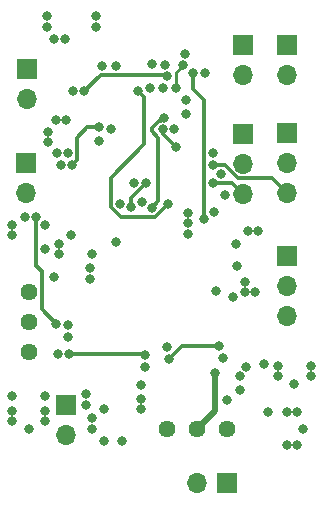
<source format=gbr>
%TF.GenerationSoftware,KiCad,Pcbnew,(6.0.8)*%
%TF.CreationDate,2022-10-15T17:18:15+02:00*%
%TF.ProjectId,Digital Delay,44696769-7461-46c2-9044-656c61792e6b,rev?*%
%TF.SameCoordinates,Original*%
%TF.FileFunction,Copper,L4,Bot*%
%TF.FilePolarity,Positive*%
%FSLAX46Y46*%
G04 Gerber Fmt 4.6, Leading zero omitted, Abs format (unit mm)*
G04 Created by KiCad (PCBNEW (6.0.8)) date 2022-10-15 17:18:15*
%MOMM*%
%LPD*%
G01*
G04 APERTURE LIST*
%TA.AperFunction,ComponentPad*%
%ADD10R,1.700000X1.700000*%
%TD*%
%TA.AperFunction,ComponentPad*%
%ADD11O,1.700000X1.700000*%
%TD*%
%TA.AperFunction,ComponentPad*%
%ADD12C,1.440000*%
%TD*%
%TA.AperFunction,ViaPad*%
%ADD13C,0.800000*%
%TD*%
%TA.AperFunction,Conductor*%
%ADD14C,0.500000*%
%TD*%
%TA.AperFunction,Conductor*%
%ADD15C,0.300000*%
%TD*%
%TA.AperFunction,Conductor*%
%ADD16C,0.250000*%
%TD*%
G04 APERTURE END LIST*
D10*
%TO.P,J105,1,Pin_1*%
%TO.N,/Signal_Out_Falling*%
X59309000Y-48148000D03*
D11*
%TO.P,J105,2,Pin_2*%
%TO.N,/Falling_Edge_Out*%
X59309000Y-50688000D03*
%TO.P,J105,3,Pin_3*%
%TO.N,Signal_Falling*%
X59309000Y-53228000D03*
%TD*%
D10*
%TO.P,J101,1,Pin_1*%
%TO.N,-5V*%
X62992000Y-58547000D03*
D11*
%TO.P,J101,2,Pin_2*%
%TO.N,GND*%
X62992000Y-61087000D03*
%TO.P,J101,3,Pin_3*%
%TO.N,+5V*%
X62992000Y-63627000D03*
%TD*%
D10*
%TO.P,J106,1,Pin_1*%
%TO.N,GND*%
X57912000Y-77724000D03*
D11*
%TO.P,J106,2,Pin_2*%
%TO.N,/Ref_Comp_B*%
X55372000Y-77724000D03*
%TD*%
D10*
%TO.P,J103,1,Pin_1*%
%TO.N,GND*%
X40894000Y-50668000D03*
D11*
%TO.P,J103,2,Pin_2*%
%TO.N,/Ref_Comp_A*%
X40894000Y-53208000D03*
%TD*%
D10*
%TO.P,J107,1,Pin_1*%
%TO.N,GND*%
X41021000Y-42667000D03*
D11*
%TO.P,J107,2,Pin_2*%
%TO.N,/Falling_Edge_Out*%
X41021000Y-45207000D03*
%TD*%
D10*
%TO.P,J109,1,Pin_1*%
%TO.N,Signal_In*%
X44323000Y-71115000D03*
D11*
%TO.P,J109,2,Pin_2*%
%TO.N,GND*%
X44323000Y-73655000D03*
%TD*%
D10*
%TO.P,J104,1,Pin_1*%
%TO.N,GND*%
X62992000Y-40640000D03*
D11*
%TO.P,J104,2,Pin_2*%
%TO.N,/Rising_Edge_Out*%
X62992000Y-43180000D03*
%TD*%
D12*
%TO.P,RV101,1,1*%
%TO.N,+5V*%
X41148000Y-61585000D03*
%TO.P,RV101,2,2*%
%TO.N,/Ref_Comp_A*%
X41148000Y-64125000D03*
%TO.P,RV101,3,3*%
%TO.N,-5V*%
X41148000Y-66665000D03*
%TD*%
D10*
%TO.P,J108,1,Pin_1*%
%TO.N,GND*%
X59309000Y-40635000D03*
D11*
%TO.P,J108,2,Pin_2*%
%TO.N,/Both_Edges_Out*%
X59309000Y-43175000D03*
%TD*%
D10*
%TO.P,J102,1,Pin_1*%
%TO.N,/Signal_Out_Rising*%
X62992000Y-48133000D03*
D11*
%TO.P,J102,2,Pin_2*%
%TO.N,/Rising_Edge_Out*%
X62992000Y-50673000D03*
%TO.P,J102,3,Pin_3*%
%TO.N,Signal_Rising*%
X62992000Y-53213000D03*
%TD*%
D12*
%TO.P,RV102,1,1*%
%TO.N,+5V*%
X57912000Y-73152000D03*
%TO.P,RV102,2,2*%
%TO.N,/Ref_Comp_B*%
X55372000Y-73152000D03*
%TO.P,RV102,3,3*%
%TO.N,-5V*%
X52832000Y-73152000D03*
%TD*%
D13*
%TO.N,+5V*%
X61380489Y-71715511D03*
X47117000Y-48768000D03*
X46863000Y-38227000D03*
X61087000Y-67691000D03*
X57023000Y-61468000D03*
X42545000Y-57912000D03*
X46863000Y-39116000D03*
X46355000Y-60452000D03*
X48540220Y-57327899D03*
X46355000Y-59563000D03*
%TO.N,GND*%
X58420000Y-61976000D03*
X63627000Y-69342000D03*
X54610000Y-56642000D03*
X47498000Y-74168000D03*
X42799000Y-48895000D03*
X60579000Y-56388000D03*
X53467000Y-47752000D03*
X42545000Y-71628000D03*
X59690000Y-56388000D03*
X59055000Y-68707000D03*
X44450000Y-64389000D03*
X62992000Y-71755000D03*
X62230000Y-67818000D03*
X52819374Y-66255835D03*
X48821734Y-54085724D03*
X59436000Y-61595000D03*
X56822438Y-54797297D03*
X54483000Y-45339000D03*
X43577826Y-66776378D03*
X54610000Y-54864000D03*
X56740762Y-49784980D03*
X57789502Y-53366952D03*
X54380718Y-41388965D03*
X39751000Y-55880000D03*
X43434000Y-46990000D03*
X42672000Y-38227000D03*
X42672000Y-39116000D03*
X63881000Y-74549000D03*
X59563000Y-67945000D03*
X44196000Y-40132000D03*
X43831497Y-50800000D03*
X46482000Y-73152000D03*
X39751000Y-56769000D03*
X43307000Y-40132000D03*
X47498000Y-71501000D03*
X62992000Y-74549000D03*
X54483000Y-46482000D03*
X42545000Y-55880000D03*
X43561000Y-49784000D03*
X60325000Y-61595000D03*
X40788034Y-55250119D03*
X42545000Y-72517000D03*
X51435000Y-44323000D03*
X65024000Y-67818000D03*
X39751000Y-71628000D03*
X50673000Y-71501000D03*
X44450000Y-65405000D03*
X50016023Y-52314523D03*
X44450000Y-49784000D03*
X44323000Y-46990000D03*
X45974000Y-71120000D03*
X56022672Y-43053010D03*
X52675563Y-42298698D03*
X44848201Y-44539500D03*
X43269117Y-60297681D03*
X50971168Y-67906122D03*
X59055000Y-69850000D03*
X59436000Y-60706000D03*
X41148000Y-73152000D03*
X42799000Y-48006000D03*
X44704000Y-56769000D03*
X43688000Y-57465000D03*
X43688000Y-58354000D03*
X54610000Y-55753000D03*
X48102904Y-47789317D03*
X52521830Y-44310500D03*
X58674000Y-57531000D03*
X57553500Y-67147286D03*
X65024000Y-68707000D03*
X46482000Y-72263000D03*
X48553500Y-42418000D03*
X47371000Y-42418000D03*
X57402648Y-51546273D03*
X64389000Y-73152000D03*
X50690932Y-53935907D03*
X50673000Y-70612000D03*
X46482000Y-58354000D03*
X51562000Y-42291000D03*
X62230000Y-68707000D03*
X45974000Y-70231000D03*
X39751000Y-72517000D03*
X63881000Y-71755000D03*
X57912000Y-70739000D03*
%TO.N,-5V*%
X58740000Y-59370000D03*
X49022000Y-74168000D03*
X42545000Y-70358000D03*
X39751000Y-70358000D03*
X50673000Y-69469000D03*
%TO.N,/Ref_Comp_B*%
X56896000Y-68385699D03*
%TO.N,/Signal_Comp_B*%
X53002495Y-67238419D03*
X57277000Y-66167000D03*
%TO.N,Signal_Rising*%
X56755728Y-50784369D03*
%TO.N,Signal_Falling*%
X49784000Y-54356000D03*
X51054000Y-52336500D03*
X56740773Y-52295773D03*
%TO.N,/Both_Edges_Out*%
X54206979Y-42373251D03*
X52567500Y-46794942D03*
X51537258Y-54467638D03*
X53594000Y-44310500D03*
%TO.N,Signal_In*%
X51000883Y-66907062D03*
X44831000Y-50800000D03*
X41787296Y-55228163D03*
X47117000Y-47625000D03*
X43459590Y-64254501D03*
X44577000Y-66802000D03*
%TO.N,/Comp_Out_B*%
X55023873Y-43015500D03*
X55991262Y-55356262D03*
X45847000Y-44577000D03*
X52832000Y-43307000D03*
%TO.N,Net-(U102-Pad6)*%
X50419000Y-44577000D03*
X52959000Y-54102000D03*
%TO.N,Net-(U102-Pad8)*%
X53594000Y-49276000D03*
X52468201Y-47789500D03*
%TD*%
D14*
%TO.N,/Ref_Comp_B*%
X56896000Y-71628000D02*
X55372000Y-73152000D01*
X56896000Y-68385699D02*
X56896000Y-71628000D01*
D15*
%TO.N,/Signal_Comp_B*%
X54073914Y-66167000D02*
X57277000Y-66167000D01*
X53002495Y-67238419D02*
X54073914Y-66167000D01*
%TO.N,Signal_Rising*%
X58867634Y-51943000D02*
X61722000Y-51943000D01*
X56755728Y-50784369D02*
X57709003Y-50784369D01*
X57709003Y-50784369D02*
X58867634Y-51943000D01*
X61722000Y-51943000D02*
X62992000Y-53213000D01*
%TO.N,Signal_Falling*%
X58376773Y-52295773D02*
X59309000Y-53228000D01*
X56740773Y-52295773D02*
X58376773Y-52295773D01*
X49784000Y-53606500D02*
X51054000Y-52336500D01*
X49784000Y-54356000D02*
X49784000Y-53606500D01*
%TO.N,/Both_Edges_Out*%
X52322453Y-47039989D02*
X52157742Y-47039989D01*
X52157742Y-47039989D02*
X51562000Y-47635731D01*
X51562000Y-47635731D02*
X51562000Y-47960470D01*
X51562000Y-47960470D02*
X52116446Y-48514916D01*
D16*
X54206979Y-42373251D02*
X53594000Y-42986230D01*
D15*
X52567500Y-46794942D02*
X52322453Y-47039989D01*
X52116446Y-48514916D02*
X52116446Y-53888450D01*
D16*
X53594000Y-42986230D02*
X53594000Y-44310500D01*
D15*
X52116446Y-53888450D02*
X51537258Y-54467638D01*
%TO.N,Signal_In*%
X41783000Y-55499000D02*
X41783000Y-59334383D01*
X50895821Y-66802000D02*
X44577000Y-66802000D01*
X51000883Y-66907062D02*
X50895821Y-66802000D01*
X42217511Y-63012422D02*
X43459590Y-64254501D01*
X45212000Y-50419000D02*
X45212000Y-48514000D01*
X44831000Y-50800000D02*
X45212000Y-50419000D01*
X41783000Y-59334383D02*
X42217511Y-59768894D01*
X46101000Y-47625000D02*
X47117000Y-47625000D01*
X42217511Y-59768894D02*
X42217511Y-63012422D01*
X45212000Y-48514000D02*
X46101000Y-47625000D01*
X41787296Y-55228163D02*
X41787296Y-55494704D01*
X41787296Y-55494704D02*
X41783000Y-55499000D01*
%TO.N,/Comp_Out_B*%
X56007000Y-55372000D02*
X55991262Y-55356262D01*
X55023873Y-43015500D02*
X55023873Y-44355873D01*
X55023873Y-44355873D02*
X55991262Y-45323262D01*
X52705000Y-43180000D02*
X52832000Y-43307000D01*
X45847000Y-44577000D02*
X47244000Y-43180000D01*
X47244000Y-43180000D02*
X52705000Y-43180000D01*
X55991262Y-45323262D02*
X55991262Y-55356262D01*
%TO.N,Net-(U102-Pad6)*%
X52959000Y-54105866D02*
X51819866Y-55245000D01*
X50927000Y-45085000D02*
X50419000Y-44577000D01*
X48072223Y-54396183D02*
X48072223Y-51876777D01*
X48921040Y-55245000D02*
X48072223Y-54396183D01*
X51819866Y-55245000D02*
X48921040Y-55245000D01*
X48072223Y-51876777D02*
X50927000Y-49022000D01*
X52959000Y-54102000D02*
X52959000Y-54105866D01*
X50927000Y-49022000D02*
X50927000Y-45085000D01*
%TO.N,Net-(U102-Pad8)*%
X52468201Y-47789500D02*
X52468201Y-48150201D01*
X52468201Y-48150201D02*
X53594000Y-49276000D01*
%TD*%
M02*

</source>
